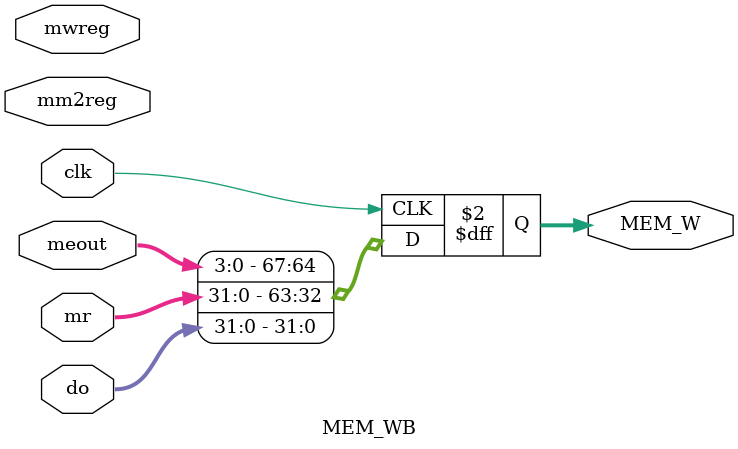
<source format=v>

module MEM_WB(clk, mwreg, mm2reg, meout, mr, do, MEM_W);
    input clk;
    input mwreg, mm2reg;
    input [4:0] meout;
    input [31:0] mr;
    input [31:0] do;
    output reg [67:0] MEM_W;
    
    always @ (posedge clk) begin
        MEM_W <= {mwreg, mm2reg, meout, mr, do};    
    end
endmodule

</source>
